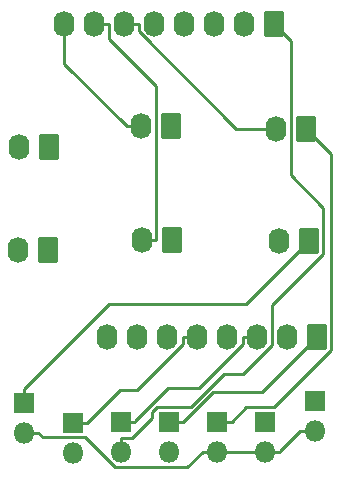
<source format=gbr>
%TF.GenerationSoftware,KiCad,Pcbnew,7.0.9*%
%TF.CreationDate,2023-11-26T05:55:09+10:00*%
%TF.ProjectId,AUDIO-KEYPAD,41554449-4f2d-44b4-9559-5041442e6b69,rev?*%
%TF.SameCoordinates,Original*%
%TF.FileFunction,Copper,L2,Bot*%
%TF.FilePolarity,Positive*%
%FSLAX46Y46*%
G04 Gerber Fmt 4.6, Leading zero omitted, Abs format (unit mm)*
G04 Created by KiCad (PCBNEW 7.0.9) date 2023-11-26 05:55:09*
%MOMM*%
%LPD*%
G01*
G04 APERTURE LIST*
G04 Aperture macros list*
%AMRoundRect*
0 Rectangle with rounded corners*
0 $1 Rounding radius*
0 $2 $3 $4 $5 $6 $7 $8 $9 X,Y pos of 4 corners*
0 Add a 4 corners polygon primitive as box body*
4,1,4,$2,$3,$4,$5,$6,$7,$8,$9,$2,$3,0*
0 Add four circle primitives for the rounded corners*
1,1,$1+$1,$2,$3*
1,1,$1+$1,$4,$5*
1,1,$1+$1,$6,$7*
1,1,$1+$1,$8,$9*
0 Add four rect primitives between the rounded corners*
20,1,$1+$1,$2,$3,$4,$5,0*
20,1,$1+$1,$4,$5,$6,$7,0*
20,1,$1+$1,$6,$7,$8,$9,0*
20,1,$1+$1,$8,$9,$2,$3,0*%
G04 Aperture macros list end*
%TA.AperFunction,ComponentPad*%
%ADD10R,1.800000X1.800000*%
%TD*%
%TA.AperFunction,ComponentPad*%
%ADD11O,1.800000X1.800000*%
%TD*%
%TA.AperFunction,ComponentPad*%
%ADD12RoundRect,0.250000X0.620000X0.845000X-0.620000X0.845000X-0.620000X-0.845000X0.620000X-0.845000X0*%
%TD*%
%TA.AperFunction,ComponentPad*%
%ADD13O,1.740000X2.190000*%
%TD*%
%TA.AperFunction,Conductor*%
%ADD14C,0.250000*%
%TD*%
G04 APERTURE END LIST*
D10*
%TO.P,D7,1,K*%
%TO.N,Net-(D7-K)*%
X118410000Y-100750000D03*
D11*
%TO.P,D7,2,A*%
%TO.N,/COL3*%
X118410000Y-103290000D03*
%TD*%
D10*
%TO.P,D6,1,K*%
%TO.N,Net-(D6-K)*%
X122485000Y-100750000D03*
D11*
%TO.P,D6,2,A*%
%TO.N,/COL3*%
X122485000Y-103290000D03*
%TD*%
D10*
%TO.P,D5,1,K*%
%TO.N,Net-(D5-K)*%
X126670000Y-98980000D03*
D11*
%TO.P,D5,2,A*%
%TO.N,/COL3*%
X126670000Y-101520000D03*
%TD*%
D10*
%TO.P,D4,1,K*%
%TO.N,Net-(D4-K)*%
X102060000Y-99170000D03*
D11*
%TO.P,D4,2,A*%
%TO.N,/COL3*%
X102060000Y-101710000D03*
%TD*%
D10*
%TO.P,D3,1,K*%
%TO.N,/COL2_POSTDIODE*%
X106185000Y-100830000D03*
D11*
%TO.P,D3,2,A*%
%TO.N,/COL2*%
X106185000Y-103370000D03*
%TD*%
D10*
%TO.P,D2,1,K*%
%TO.N,/COL1_POSTDIODE*%
X114335000Y-100805000D03*
D11*
%TO.P,D2,2,A*%
%TO.N,/COL1*%
X114335000Y-103345000D03*
%TD*%
%TO.P,D1,2,A*%
%TO.N,/COL0*%
X110260000Y-103340000D03*
D10*
%TO.P,D1,1,K*%
%TO.N,/COL0_POSTDIODE*%
X110260000Y-100800000D03*
%TD*%
D12*
%TO.P,SW16,1,1*%
%TO.N,Net-(D7-K)*%
X125960000Y-75940000D03*
D13*
%TO.P,SW16,2,2*%
%TO.N,/ROW1*%
X123420000Y-75940000D03*
%TD*%
D12*
%TO.P,SW15,1,1*%
%TO.N,Net-(D6-K)*%
X114520000Y-75740000D03*
D13*
%TO.P,SW15,2,2*%
%TO.N,/ROW3*%
X111980000Y-75740000D03*
%TD*%
D12*
%TO.P,SW14,1,1*%
%TO.N,Net-(D5-K)*%
X114590000Y-85390000D03*
D13*
%TO.P,SW14,2,2*%
%TO.N,/ROW2*%
X112050000Y-85390000D03*
%TD*%
D12*
%TO.P,SW13,1,1*%
%TO.N,Net-(D4-K)*%
X126160000Y-85450000D03*
D13*
%TO.P,SW13,2,2*%
%TO.N,/ROW0*%
X123620000Y-85450000D03*
%TD*%
D12*
%TO.P,J4,1,Pin_1*%
%TO.N,/COL0*%
X123270000Y-67110000D03*
D13*
%TO.P,J4,2,Pin_2*%
%TO.N,/COL1*%
X120730000Y-67110000D03*
%TO.P,J4,3,Pin_3*%
%TO.N,/COL2*%
X118190000Y-67110000D03*
%TO.P,J4,4,Pin_4*%
%TO.N,/COL3*%
X115650000Y-67110000D03*
%TO.P,J4,5,Pin_5*%
%TO.N,/ROW0*%
X113110000Y-67110000D03*
%TO.P,J4,6,Pin_6*%
%TO.N,/ROW1*%
X110570000Y-67110000D03*
%TO.P,J4,7,Pin_7*%
%TO.N,/ROW2*%
X108030000Y-67110000D03*
%TO.P,J4,8,Pin_8*%
%TO.N,/ROW3*%
X105490000Y-67110000D03*
%TD*%
D12*
%TO.P,J3,1,Pin_1*%
%TO.N,/COL1_POSTDIODE*%
X126850000Y-93600000D03*
D13*
%TO.P,J3,2,Pin_2*%
%TO.N,/ROW0*%
X124310000Y-93600000D03*
%TO.P,J3,3,Pin_3*%
%TO.N,/COL0_POSTDIODE*%
X121770000Y-93600000D03*
%TO.P,J3,4,Pin_4*%
%TO.N,/ROW3*%
X119230000Y-93600000D03*
%TO.P,J3,5,Pin_5*%
%TO.N,/COL2_POSTDIODE*%
X116690000Y-93600000D03*
%TO.P,J3,6,Pin_6*%
%TO.N,/ROW2*%
X114150000Y-93600000D03*
%TO.P,J3,7,Pin_7*%
%TO.N,/ROW1*%
X111610000Y-93600000D03*
%TO.P,J3,8,Pin_8*%
%TO.N,unconnected-(J3-Pin_8-Pad8)*%
X109070000Y-93600000D03*
%TD*%
D12*
%TO.P,J2,1,Pin_1*%
%TO.N,Net-(J1-Pin_1)*%
X104130000Y-86170000D03*
D13*
%TO.P,J2,2,Pin_2*%
%TO.N,Net-(J1-Pin_2)*%
X101590000Y-86170000D03*
%TD*%
D12*
%TO.P,J1,1,Pin_1*%
%TO.N,Net-(J1-Pin_1)*%
X104200000Y-77450000D03*
D13*
%TO.P,J1,2,Pin_2*%
%TO.N,Net-(J1-Pin_2)*%
X101660000Y-77450000D03*
%TD*%
D14*
%TO.N,Net-(D7-K)*%
X120860600Y-99524700D02*
X119635300Y-100750000D01*
X123243500Y-99524700D02*
X120860600Y-99524700D01*
X128094400Y-94673800D02*
X123243500Y-99524700D01*
X128094400Y-78074400D02*
X128094400Y-94673800D01*
X125960000Y-75940000D02*
X128094400Y-78074400D01*
X118410000Y-100750000D02*
X119635300Y-100750000D01*
%TO.N,/ROW3*%
X105490000Y-70445300D02*
X110784700Y-75740000D01*
X105490000Y-67110000D02*
X105490000Y-70445300D01*
X111980000Y-75740000D02*
X110784700Y-75740000D01*
%TO.N,/ROW2*%
X109225300Y-68305300D02*
X109225300Y-67110000D01*
X113245300Y-72325300D02*
X109225300Y-68305300D01*
X113245300Y-85390000D02*
X113245300Y-72325300D01*
X112050000Y-85390000D02*
X113245300Y-85390000D01*
X108030000Y-67110000D02*
X109225300Y-67110000D01*
%TO.N,/ROW1*%
X119997600Y-75940000D02*
X123420000Y-75940000D01*
X111765300Y-67707700D02*
X119997600Y-75940000D01*
X111765300Y-67110000D02*
X111765300Y-67707700D01*
X110570000Y-67110000D02*
X111765300Y-67110000D01*
%TO.N,/COL3*%
X102060000Y-101710000D02*
X103285300Y-101710000D01*
X122485000Y-103290000D02*
X118410000Y-103290000D01*
X103630700Y-102055400D02*
X103285300Y-101710000D01*
X107217500Y-102055400D02*
X103630700Y-102055400D01*
X109749900Y-104587800D02*
X107217500Y-102055400D01*
X115886900Y-104587800D02*
X109749900Y-104587800D01*
X117184700Y-103290000D02*
X115886900Y-104587800D01*
X118410000Y-103290000D02*
X117184700Y-103290000D01*
X123710300Y-103254400D02*
X123710300Y-103290000D01*
X125444700Y-101520000D02*
X123710300Y-103254400D01*
X126670000Y-101520000D02*
X125444700Y-101520000D01*
X122485000Y-103290000D02*
X123710300Y-103290000D01*
%TO.N,/COL2_POSTDIODE*%
X110183800Y-98056500D02*
X107410300Y-100830000D01*
X111635800Y-98056500D02*
X110183800Y-98056500D01*
X115494700Y-94197600D02*
X111635800Y-98056500D01*
X115494700Y-93600000D02*
X115494700Y-94197600D01*
X116690000Y-93600000D02*
X115494700Y-93600000D01*
X106185000Y-100830000D02*
X107410300Y-100830000D01*
%TO.N,Net-(D4-K)*%
X102060000Y-99170000D02*
X102060000Y-97944700D01*
X109225000Y-90779700D02*
X102060000Y-97944700D01*
X109225000Y-90779600D02*
X109225000Y-90779700D01*
X120830400Y-90779600D02*
X109225000Y-90779600D01*
X126160000Y-85450000D02*
X120830400Y-90779600D01*
%TO.N,/COL1_POSTDIODE*%
X114335000Y-100805000D02*
X115560300Y-100805000D01*
X118100300Y-98265000D02*
X115560300Y-100805000D01*
X122185000Y-98265000D02*
X118100300Y-98265000D01*
X126850000Y-93600000D02*
X122185000Y-98265000D01*
%TO.N,/COL0*%
X111224900Y-102114700D02*
X110260000Y-102114700D01*
X112914800Y-100424800D02*
X111224900Y-102114700D01*
X112914800Y-99927600D02*
X112914800Y-100424800D01*
X113312600Y-99529800D02*
X112914800Y-99927600D01*
X116198600Y-99529800D02*
X113312600Y-99529800D01*
X119001900Y-96726500D02*
X116198600Y-99529800D01*
X120578900Y-96726500D02*
X119001900Y-96726500D01*
X123040000Y-94265400D02*
X120578900Y-96726500D01*
X123040000Y-90855300D02*
X123040000Y-94265400D01*
X127376500Y-86518800D02*
X123040000Y-90855300D01*
X127376500Y-82609600D02*
X127376500Y-86518800D01*
X124631800Y-79864900D02*
X127376500Y-82609600D01*
X124631800Y-68471800D02*
X124631800Y-79864900D01*
X123270000Y-67110000D02*
X124631800Y-68471800D01*
X110260000Y-103340000D02*
X110260000Y-102114700D01*
%TO.N,/COL0_POSTDIODE*%
X111485300Y-100646800D02*
X111485300Y-100800000D01*
X114280500Y-97851600D02*
X111485300Y-100646800D01*
X116896100Y-97851600D02*
X114280500Y-97851600D01*
X120574700Y-94173000D02*
X116896100Y-97851600D01*
X120574700Y-93600000D02*
X120574700Y-94173000D01*
X121770000Y-93600000D02*
X120574700Y-93600000D01*
X110260000Y-100800000D02*
X111485300Y-100800000D01*
%TD*%
M02*

</source>
